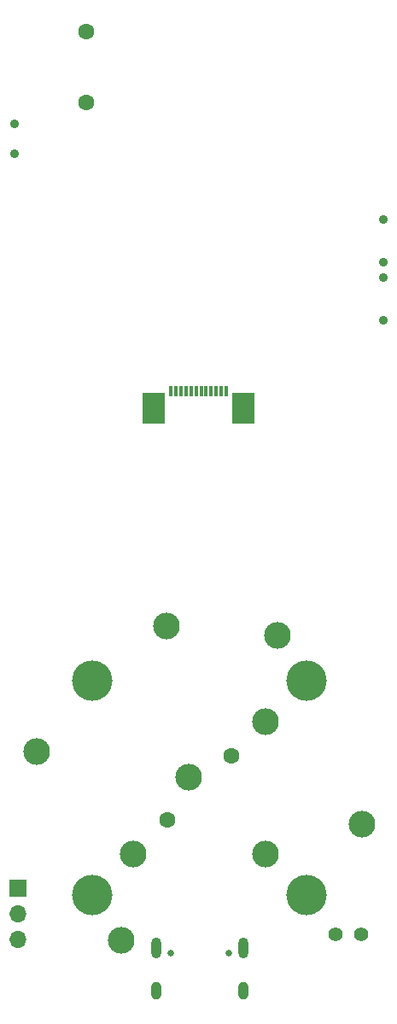
<source format=gbr>
%TF.GenerationSoftware,KiCad,Pcbnew,8.0.7*%
%TF.CreationDate,2025-01-01T16:00:04-05:00*%
%TF.ProjectId,JPL.mp3,4a504c2e-6d70-4332-9e6b-696361645f70,rev?*%
%TF.SameCoordinates,Original*%
%TF.FileFunction,Soldermask,Bot*%
%TF.FilePolarity,Negative*%
%FSLAX46Y46*%
G04 Gerber Fmt 4.6, Leading zero omitted, Abs format (unit mm)*
G04 Created by KiCad (PCBNEW 8.0.7) date 2025-01-01 16:00:04*
%MOMM*%
%LPD*%
G01*
G04 APERTURE LIST*
%ADD10C,1.600000*%
%ADD11C,0.900000*%
%ADD12R,1.700000X1.700000*%
%ADD13O,1.700000X1.700000*%
%ADD14C,4.000000*%
%ADD15C,2.641600*%
%ADD16C,1.400000*%
%ADD17O,1.000000X1.800000*%
%ADD18O,1.000000X2.100000*%
%ADD19C,0.650000*%
%ADD20R,0.300000X1.100000*%
%ADD21R,2.300000X3.100000*%
G04 APERTURE END LIST*
D10*
%TO.C,J5*%
X108750000Y-53050000D03*
X108750000Y-60050000D03*
%TD*%
D11*
%TO.C,SW2*%
X138250000Y-81625000D03*
X138250000Y-77375000D03*
%TD*%
D12*
%TO.C,J6*%
X102000000Y-137920000D03*
D13*
X102000000Y-140460000D03*
X102000000Y-143000000D03*
%TD*%
D11*
%TO.C,SW1*%
X138250000Y-75875000D03*
X138250000Y-71625000D03*
%TD*%
D14*
%TO.C,Enc1*%
X109393398Y-117393398D03*
X109393398Y-138606602D03*
D10*
X116818019Y-131181981D03*
X123181981Y-124818019D03*
D14*
X130606602Y-117393398D03*
X130606602Y-138606602D03*
D15*
X126547809Y-121452191D03*
X126547809Y-134547809D03*
X113452191Y-134547809D03*
X116747309Y-111920392D03*
X118889842Y-126889842D03*
X127749890Y-112896199D03*
X136150319Y-131606245D03*
X112250110Y-143103801D03*
X103849681Y-124393755D03*
%TD*%
D11*
%TO.C,SL2*%
X101640000Y-62150000D03*
X101640000Y-65150000D03*
%TD*%
D16*
%TO.C,BAT*%
X133500000Y-142500000D03*
X136040000Y-142500000D03*
%TD*%
D17*
%TO.C,J2*%
X124320000Y-148075000D03*
D18*
X124320000Y-143875000D03*
D17*
X115680000Y-148075000D03*
D18*
X115680000Y-143875000D03*
D19*
X122890000Y-144395000D03*
X117110000Y-144395000D03*
%TD*%
D20*
%TO.C,J4*%
X122650000Y-88650000D03*
X122150000Y-88650000D03*
X121650000Y-88650000D03*
X121150000Y-88650000D03*
X120650000Y-88650000D03*
X120150000Y-88650000D03*
X119650000Y-88650000D03*
X119150000Y-88650000D03*
X118650000Y-88650000D03*
X118150000Y-88650000D03*
X117650000Y-88650000D03*
X117150000Y-88650000D03*
D21*
X124320000Y-90350000D03*
X115480000Y-90350000D03*
%TD*%
M02*

</source>
